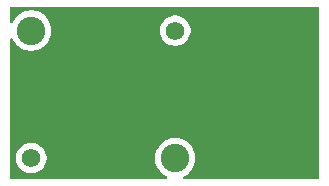
<source format=gbr>
%TF.GenerationSoftware,KiCad,Pcbnew,9.0.0*%
%TF.CreationDate,2025-04-15T14:49:33-07:00*%
%TF.ProjectId,LEDBoardBasic,4c454442-6f61-4726-9442-617369632e6b,rev?*%
%TF.SameCoordinates,Original*%
%TF.FileFunction,Copper,L2,Bot*%
%TF.FilePolarity,Positive*%
%FSLAX46Y46*%
G04 Gerber Fmt 4.6, Leading zero omitted, Abs format (unit mm)*
G04 Created by KiCad (PCBNEW 9.0.0) date 2025-04-15 14:49:33*
%MOMM*%
%LPD*%
G01*
G04 APERTURE LIST*
%TA.AperFunction,WasherPad*%
%ADD10C,1.574800*%
%TD*%
%TA.AperFunction,WasherPad*%
%ADD11C,2.413000*%
%TD*%
%TA.AperFunction,ViaPad*%
%ADD12C,0.400000*%
%TD*%
G04 APERTURE END LIST*
D10*
%TO.P,H3,*%
%TO.N,*%
X128250021Y-102611359D03*
%TD*%
%TO.P,H4,*%
%TO.N,*%
X140442021Y-91816359D03*
%TD*%
D11*
%TO.P,H1,*%
%TO.N,*%
X128250021Y-91816359D03*
%TD*%
%TO.P,H2,*%
%TO.N,*%
X140442021Y-102611359D03*
%TD*%
D12*
%TO.N,Net-(D1-K)*%
X135400000Y-94400000D03*
X136400000Y-92800000D03*
X134400000Y-93200000D03*
X132200000Y-93600000D03*
X134400000Y-94800000D03*
X136400000Y-93600000D03*
X133200000Y-95600000D03*
X133200000Y-93200000D03*
X132200000Y-94400000D03*
X134400000Y-98800000D03*
X131200000Y-94400000D03*
X133200000Y-98800000D03*
X135400000Y-92800000D03*
X134400000Y-96400000D03*
X134400000Y-97800000D03*
X133200000Y-97800000D03*
X132200000Y-92800000D03*
X136400000Y-94400000D03*
X133200000Y-94000000D03*
X133200000Y-94800000D03*
X133200000Y-96400000D03*
X133800000Y-97200000D03*
X133800000Y-98400000D03*
X134400000Y-95600000D03*
X134400000Y-94000000D03*
X135400000Y-93600000D03*
X131200000Y-93600000D03*
X133800000Y-96000000D03*
X131200000Y-92800000D03*
%TD*%
%TA.AperFunction,Conductor*%
%TO.N,Net-(D1-K)*%
G36*
X152584560Y-89796544D02*
G01*
X152630315Y-89849348D01*
X152641521Y-89900859D01*
X152641521Y-104272859D01*
X152621836Y-104339898D01*
X152569032Y-104385653D01*
X152517521Y-104396859D01*
X141215440Y-104396859D01*
X141148401Y-104377174D01*
X141102646Y-104324370D01*
X141092702Y-104255212D01*
X141121727Y-104191656D01*
X141167988Y-104158298D01*
X141198619Y-104145610D01*
X141198620Y-104145608D01*
X141198628Y-104145606D01*
X141392414Y-104033723D01*
X141569939Y-103897504D01*
X141728166Y-103739277D01*
X141864385Y-103561752D01*
X141976268Y-103367966D01*
X142061899Y-103161234D01*
X142119814Y-102945093D01*
X142149021Y-102723242D01*
X142149021Y-102499476D01*
X142119814Y-102277625D01*
X142061899Y-102061484D01*
X141976268Y-101854752D01*
X141864385Y-101660966D01*
X141748431Y-101509851D01*
X141728167Y-101483442D01*
X141728161Y-101483435D01*
X141569944Y-101325218D01*
X141569937Y-101325212D01*
X141392422Y-101189001D01*
X141392420Y-101189000D01*
X141392414Y-101188995D01*
X141198628Y-101077112D01*
X141198624Y-101077110D01*
X140991900Y-100991482D01*
X140775751Y-100933565D01*
X140553914Y-100904360D01*
X140553909Y-100904359D01*
X140553904Y-100904359D01*
X140330138Y-100904359D01*
X140330132Y-100904359D01*
X140330127Y-100904360D01*
X140108290Y-100933565D01*
X139892141Y-100991482D01*
X139685417Y-101077110D01*
X139685413Y-101077112D01*
X139491628Y-101188995D01*
X139491619Y-101189001D01*
X139314104Y-101325212D01*
X139314097Y-101325218D01*
X139155880Y-101483435D01*
X139155874Y-101483442D01*
X139019663Y-101660957D01*
X139019657Y-101660966D01*
X138907774Y-101854751D01*
X138907772Y-101854755D01*
X138822144Y-102061479D01*
X138764227Y-102277628D01*
X138735022Y-102499465D01*
X138735021Y-102499482D01*
X138735021Y-102723235D01*
X138735022Y-102723252D01*
X138764227Y-102945089D01*
X138822144Y-103161238D01*
X138873975Y-103286368D01*
X138907774Y-103367966D01*
X139019657Y-103561752D01*
X139019662Y-103561758D01*
X139019663Y-103561760D01*
X139155874Y-103739275D01*
X139155880Y-103739282D01*
X139314097Y-103897499D01*
X139314103Y-103897504D01*
X139491628Y-104033723D01*
X139685414Y-104145606D01*
X139685417Y-104145607D01*
X139685422Y-104145610D01*
X139716054Y-104158298D01*
X139770458Y-104202138D01*
X139792523Y-104268432D01*
X139775244Y-104336132D01*
X139724107Y-104383743D01*
X139668602Y-104396859D01*
X126588521Y-104396859D01*
X126521482Y-104377174D01*
X126475727Y-104324370D01*
X126464521Y-104272859D01*
X126464521Y-102509999D01*
X126962121Y-102509999D01*
X126962121Y-102712718D01*
X126993833Y-102912939D01*
X127056479Y-103105743D01*
X127148513Y-103286368D01*
X127267660Y-103450363D01*
X127411016Y-103593719D01*
X127564477Y-103705213D01*
X127575015Y-103712869D01*
X127755639Y-103804902D01*
X127948437Y-103867546D01*
X128148661Y-103899259D01*
X128148662Y-103899259D01*
X128351380Y-103899259D01*
X128351381Y-103899259D01*
X128551605Y-103867546D01*
X128744403Y-103804902D01*
X128925027Y-103712869D01*
X129017106Y-103645969D01*
X129089025Y-103593719D01*
X129089027Y-103593716D01*
X129089031Y-103593714D01*
X129232376Y-103450369D01*
X129232378Y-103450365D01*
X129232381Y-103450363D01*
X129292248Y-103367962D01*
X129351531Y-103286365D01*
X129443564Y-103105741D01*
X129506208Y-102912943D01*
X129537921Y-102712719D01*
X129537921Y-102509999D01*
X129506208Y-102309775D01*
X129443564Y-102116977D01*
X129351531Y-101936353D01*
X129343875Y-101925815D01*
X129232381Y-101772354D01*
X129089025Y-101628998D01*
X128925030Y-101509851D01*
X128925029Y-101509850D01*
X128925027Y-101509849D01*
X128744403Y-101417816D01*
X128551605Y-101355172D01*
X128551603Y-101355171D01*
X128551601Y-101355171D01*
X128411803Y-101333029D01*
X128351381Y-101323459D01*
X128148661Y-101323459D01*
X128102245Y-101330810D01*
X127948440Y-101355171D01*
X127755636Y-101417817D01*
X127575011Y-101509851D01*
X127411016Y-101628998D01*
X127267660Y-101772354D01*
X127148513Y-101936349D01*
X127056479Y-102116974D01*
X126993833Y-102309778D01*
X126962121Y-102509999D01*
X126464521Y-102509999D01*
X126464521Y-92589778D01*
X126484206Y-92522739D01*
X126537010Y-92476984D01*
X126606168Y-92467040D01*
X126669724Y-92496065D01*
X126703082Y-92542326D01*
X126715769Y-92572957D01*
X126715772Y-92572962D01*
X126715774Y-92572966D01*
X126827657Y-92766752D01*
X126827662Y-92766758D01*
X126827663Y-92766760D01*
X126963874Y-92944275D01*
X126963880Y-92944282D01*
X127122097Y-93102499D01*
X127122103Y-93102504D01*
X127299628Y-93238723D01*
X127493414Y-93350606D01*
X127700146Y-93436237D01*
X127916287Y-93494152D01*
X128138138Y-93523359D01*
X128138145Y-93523359D01*
X128361897Y-93523359D01*
X128361904Y-93523359D01*
X128583755Y-93494152D01*
X128799896Y-93436237D01*
X129006628Y-93350606D01*
X129200414Y-93238723D01*
X129377939Y-93102504D01*
X129536166Y-92944277D01*
X129672385Y-92766752D01*
X129784268Y-92572966D01*
X129869899Y-92366234D01*
X129927814Y-92150093D01*
X129957021Y-91928242D01*
X129957021Y-91714999D01*
X139154121Y-91714999D01*
X139154121Y-91917719D01*
X139185834Y-92117943D01*
X139248478Y-92310741D01*
X139333183Y-92476984D01*
X139340513Y-92491368D01*
X139459660Y-92655363D01*
X139603016Y-92798719D01*
X139756477Y-92910213D01*
X139767015Y-92917869D01*
X139947639Y-93009902D01*
X140140437Y-93072546D01*
X140340661Y-93104259D01*
X140340662Y-93104259D01*
X140543380Y-93104259D01*
X140543381Y-93104259D01*
X140743605Y-93072546D01*
X140936403Y-93009902D01*
X141117027Y-92917869D01*
X141209106Y-92850969D01*
X141281025Y-92798719D01*
X141281027Y-92798716D01*
X141281031Y-92798714D01*
X141424376Y-92655369D01*
X141424378Y-92655365D01*
X141424381Y-92655363D01*
X141506506Y-92542326D01*
X141543531Y-92491365D01*
X141635564Y-92310741D01*
X141698208Y-92117943D01*
X141729921Y-91917719D01*
X141729921Y-91714999D01*
X141698208Y-91514775D01*
X141635564Y-91321977D01*
X141543531Y-91141353D01*
X141535875Y-91130815D01*
X141424381Y-90977354D01*
X141281025Y-90833998D01*
X141117030Y-90714851D01*
X141117029Y-90714850D01*
X141117027Y-90714849D01*
X140936403Y-90622816D01*
X140743605Y-90560172D01*
X140743603Y-90560171D01*
X140743601Y-90560171D01*
X140603803Y-90538029D01*
X140543381Y-90528459D01*
X140340661Y-90528459D01*
X140294245Y-90535810D01*
X140140440Y-90560171D01*
X139947636Y-90622817D01*
X139767011Y-90714851D01*
X139603016Y-90833998D01*
X139459660Y-90977354D01*
X139340513Y-91141349D01*
X139248479Y-91321974D01*
X139185833Y-91514778D01*
X139155789Y-91704465D01*
X139154121Y-91714999D01*
X129957021Y-91714999D01*
X129957021Y-91704476D01*
X129927814Y-91482625D01*
X129869899Y-91266484D01*
X129784268Y-91059752D01*
X129672385Y-90865966D01*
X129556431Y-90714851D01*
X129536167Y-90688442D01*
X129536161Y-90688435D01*
X129377944Y-90530218D01*
X129377937Y-90530212D01*
X129200422Y-90394001D01*
X129200420Y-90394000D01*
X129200414Y-90393995D01*
X129006628Y-90282112D01*
X129006624Y-90282110D01*
X128799900Y-90196482D01*
X128583751Y-90138565D01*
X128361914Y-90109360D01*
X128361909Y-90109359D01*
X128361904Y-90109359D01*
X128138138Y-90109359D01*
X128138132Y-90109359D01*
X128138127Y-90109360D01*
X127916290Y-90138565D01*
X127700141Y-90196482D01*
X127493417Y-90282110D01*
X127493413Y-90282112D01*
X127299628Y-90393995D01*
X127299619Y-90394001D01*
X127122104Y-90530212D01*
X127122097Y-90530218D01*
X126963880Y-90688435D01*
X126963874Y-90688442D01*
X126827663Y-90865957D01*
X126827657Y-90865966D01*
X126715774Y-91059751D01*
X126715771Y-91059756D01*
X126703082Y-91090392D01*
X126659241Y-91144796D01*
X126592946Y-91166860D01*
X126525247Y-91149580D01*
X126477637Y-91098443D01*
X126464521Y-91042939D01*
X126464521Y-89900859D01*
X126484206Y-89833820D01*
X126537010Y-89788065D01*
X126588521Y-89776859D01*
X152517521Y-89776859D01*
X152584560Y-89796544D01*
G37*
%TD.AperFunction*%
%TD*%
M02*

</source>
